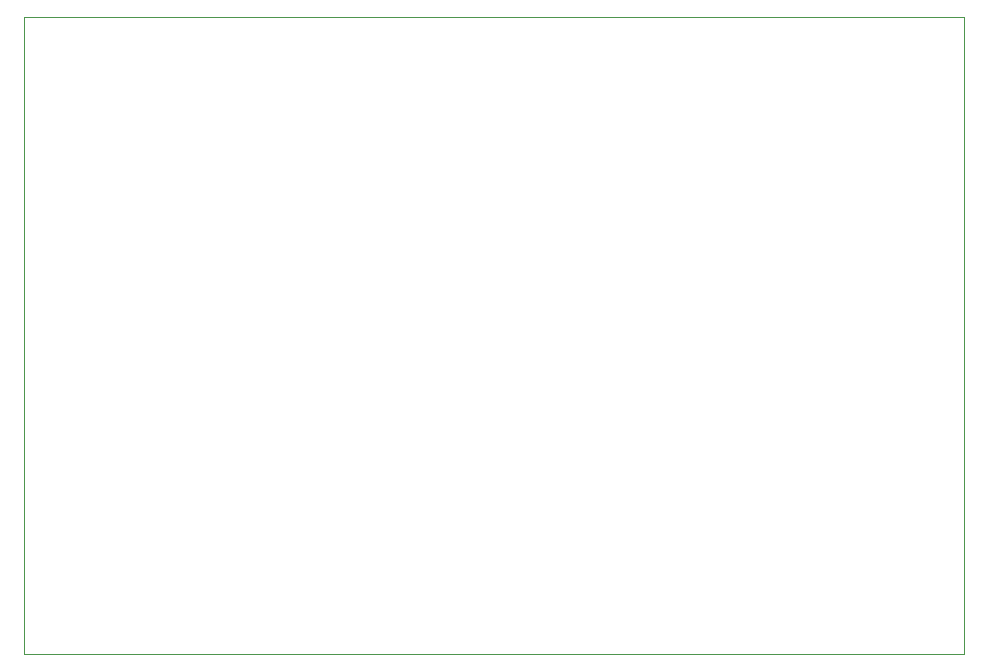
<source format=gm1>
%TF.GenerationSoftware,KiCad,Pcbnew,7.0.1*%
%TF.CreationDate,2023-03-30T19:37:27+02:00*%
%TF.ProjectId,home-media-converter,686f6d65-2d6d-4656-9469-612d636f6e76,rev?*%
%TF.SameCoordinates,Original*%
%TF.FileFunction,Profile,NP*%
%FSLAX46Y46*%
G04 Gerber Fmt 4.6, Leading zero omitted, Abs format (unit mm)*
G04 Created by KiCad (PCBNEW 7.0.1) date 2023-03-30 19:37:27*
%MOMM*%
%LPD*%
G01*
G04 APERTURE LIST*
%TA.AperFunction,Profile*%
%ADD10C,0.100000*%
%TD*%
G04 APERTURE END LIST*
D10*
X33400000Y-104200000D02*
X113000000Y-104200000D01*
X113000000Y-158200000D01*
X33400000Y-158200000D01*
X33400000Y-104200000D01*
M02*

</source>
